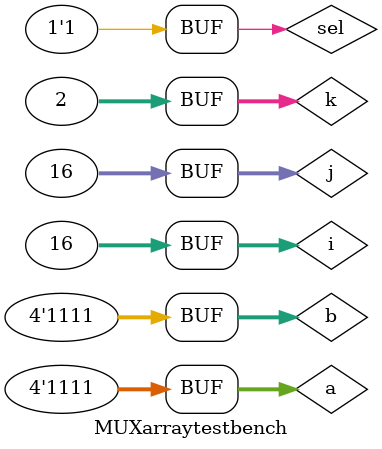
<source format=v>
`timescale 1ns / 1ps

module MUXarraytestbench(   );
    reg [3:0] a, b;
    reg sel;
    wire [3:0] o;
    
    MUXarray DUT(.a(a), .b(b), .sel(sel), .o(o));
    
    integer i, j, k;
    
    initial begin
        i = 0;
        j = 0;
        k = 0;
        #100;
        for(i = 0; i < 16; i = i + 1)begin
            for(j = 0; j < 16; j = j + 1)begin
                for(k = 0; k < 2; k = k + 1)begin
                    #10;
                    a = i;
                    b = j;
                    sel = k;
                end
            end
        end
    end
endmodule

</source>
